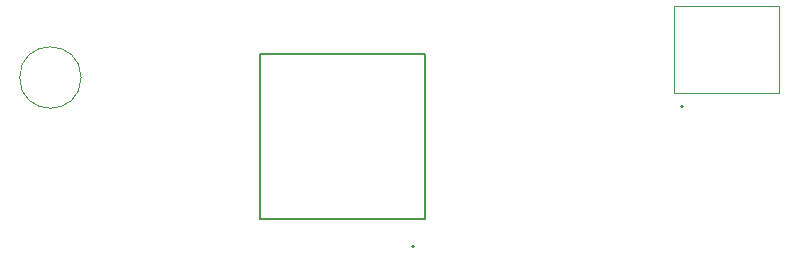
<source format=gbr>
G04*
G04 #@! TF.GenerationSoftware,Altium Limited,Altium Designer,22.4.2 (48)*
G04*
G04 Layer_Color=16711935*
%FSLAX25Y25*%
%MOIN*%
G70*
G04*
G04 #@! TF.SameCoordinates,D4448EEE-889B-48FB-A541-E9576EB43F8F*
G04*
G04*
G04 #@! TF.FilePolarity,Positive*
G04*
G01*
G75*
%ADD10C,0.00787*%
%ADD11C,0.00500*%
%ADD58C,0.00394*%
D10*
X455847Y372500D02*
G03*
X455847Y372500I-394J0D01*
G01*
X366204Y325827D02*
G03*
X366204Y325827I-394J0D01*
G01*
D11*
X314629Y335039D02*
Y390158D01*
X369747Y335039D02*
Y390158D01*
X314629D02*
X369747D01*
X314629Y335039D02*
X369747D01*
D58*
X255118Y382165D02*
G03*
X234646Y382165I-10236J0D01*
G01*
D02*
G03*
X255118Y382165I10236J0D01*
G01*
X452736Y377067D02*
X487933D01*
Y406004D01*
X452736D02*
X487933D01*
X452736Y377067D02*
Y406004D01*
M02*

</source>
